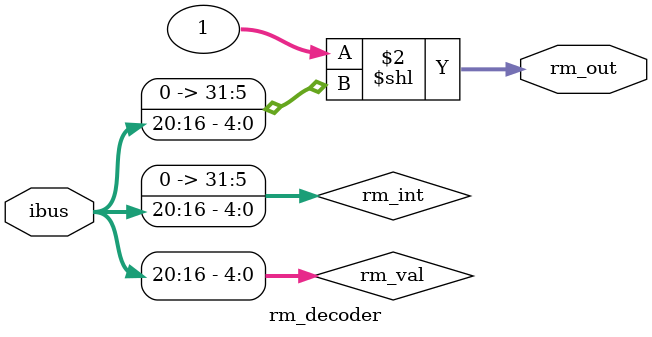
<source format=v>
`timescale 1ns / 1ps


module rm_decoder(ibus, rm_out);
    input[31:0] ibus;
    output[31:0] rm_out;
    
    wire[4:0] rm_val = ibus[20:16];
    integer rm_int;
    
    always@(rm_val) begin
        rm_int = rm_val;
    end
        
    assign rm_out = 32'b1 << rm_int;  
endmodule

</source>
